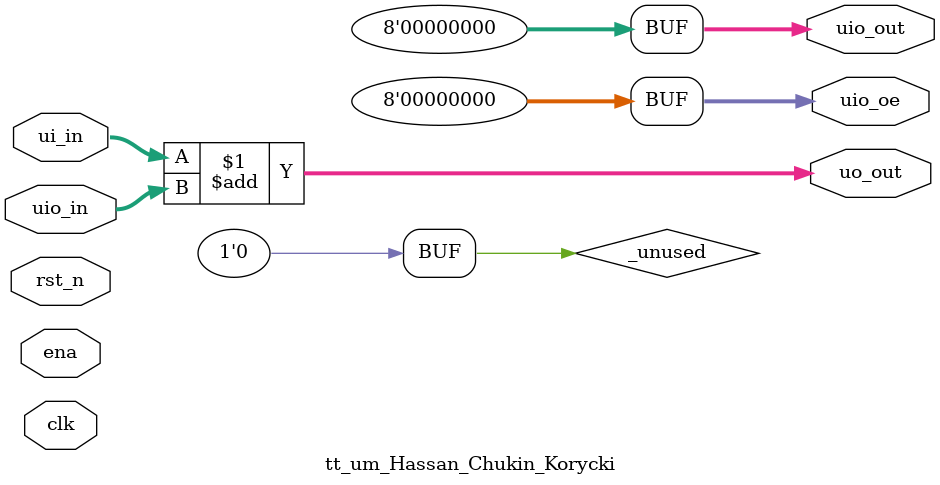
<source format=v>
/*
 * Copyright (c) 2024 Your Name
 * SPDX-License-Identifier: Apache-2.0
 */

`default_nettype none

module tt_um_Hassan_Chukin_Korycki (
    input  wire [7:0] ui_in,    // Dedicated inputs
    output wire [7:0] uo_out,   // Dedicated outputs
    input  wire [7:0] uio_in,   // IOs: Input path
    output wire [7:0] uio_out,  // IOs: Output path
    output wire [7:0] uio_oe,   // IOs: Enable path (active high: 0=input, 1=output)
    input  wire       ena,      // always 1 when the design is powered, so you can ignore it
    input  wire       clk,      // clock
    input  wire       rst_n     // reset_n - low to reset
);

  // All output pins must be assigned. If not used, assign to 0.
  assign uo_out  = ui_in + uio_in;  // Example: ou_out is the sum of ui_in and uio_in
  assign uio_out = 0;
  assign uio_oe  = 0;

  // List all unused inputs to prevent warnings
  wire _unused = &{ena, clk, rst_n, 1'b0};

endmodule

</source>
